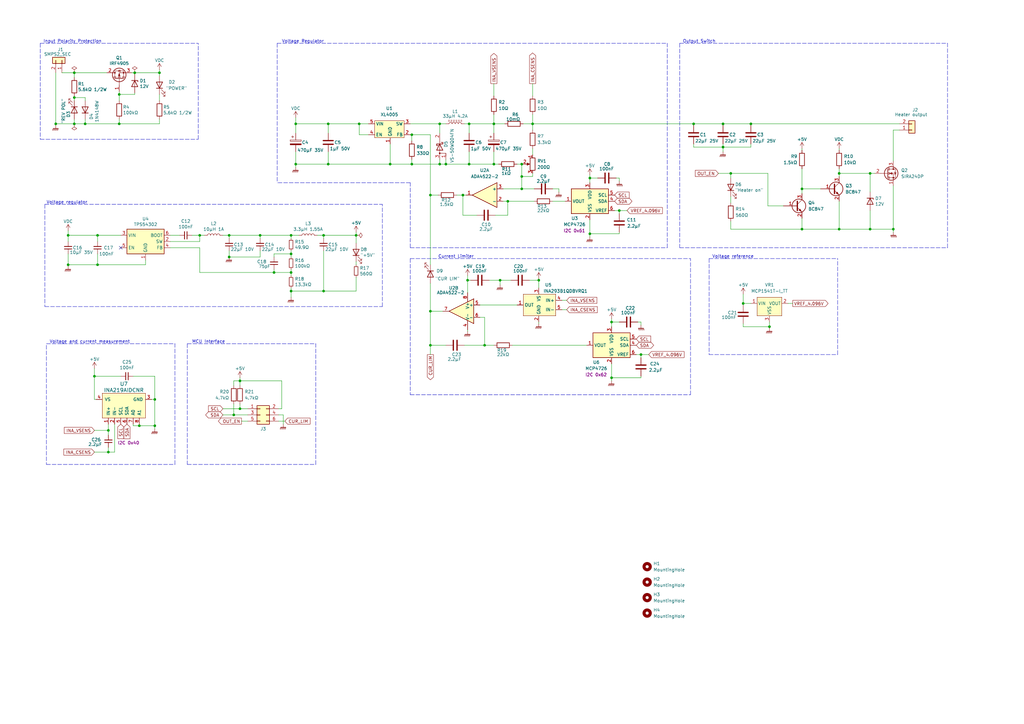
<source format=kicad_sch>
(kicad_sch (version 20211123) (generator eeschema)
  (paper "A3")
  (title_block (title "Digitally controlled buck regulator") (date "2023-03-09") (company "Retronics - Bjørner Sandom"))
  (junction (at 213.995 77.47))
  (junction (at 81.915 96.52))
  (junction (at 38.735 154.305))
  (junction (at 198.755 141.605))
  (junction (at 176.53 80.01))
  (junction (at 48.895 50.8))
  (junction (at 30.48 40.005))
  (junction (at 356.87 71.12))
  (junction (at 95.885 170.18))
  (junction (at 307.975 50.8))
  (junction (at 112.395 111.76))
  (junction (at 296.545 50.8))
  (junction (at 189.865 80.01))
  (junction (at 132.715 96.52))
  (junction (at 119.38 119.38))
  (junction (at 241.935 95.885))
  (junction (at 176.53 141.605))
  (junction (at 57.15 174.625))
  (junction (at 182.88 67.31))
  (junction (at 213.995 67.31))
  (junction (at 121.285 67.31))
  (junction (at 34.925 50.8))
  (junction (at 44.45 185.42))
  (junction (at 55.245 29.845))
  (junction (at 304.8 124.46))
  (junction (at 315.595 133.985))
  (junction (at 30.48 50.8))
  (junction (at 63.5 163.83))
  (junction (at 202.565 50.8))
  (junction (at 205.105 114.935))
  (junction (at 241.935 73.025))
  (junction (at 40.005 108.585))
  (junction (at 134.62 67.31))
  (junction (at 213.995 72.39))
  (junction (at 160.02 67.31))
  (junction (at 328.93 93.98))
  (junction (at 191.77 114.935))
  (junction (at 250.825 154.94))
  (junction (at 176.53 127.635))
  (junction (at 356.87 93.98))
  (junction (at 44.45 176.53))
  (junction (at 48.895 38.735))
  (junction (at 192.405 50.8))
  (junction (at 180.34 50.8))
  (junction (at 284.48 50.8))
  (junction (at 119.38 104.14))
  (junction (at 22.86 50.8))
  (junction (at 344.17 93.98))
  (junction (at 40.005 96.52))
  (junction (at 192.405 67.31))
  (junction (at 250.825 132.08))
  (junction (at 119.38 111.76))
  (junction (at 93.98 105.41))
  (junction (at 98.425 167.64))
  (junction (at 106.68 96.52))
  (junction (at 27.94 108.585))
  (junction (at 218.44 50.8))
  (junction (at 147.32 50.8))
  (junction (at 180.34 67.31))
  (junction (at 262.89 145.415))
  (junction (at 328.93 77.47))
  (junction (at 146.05 96.52))
  (junction (at 134.62 50.8))
  (junction (at 132.715 119.38))
  (junction (at 254 86.36))
  (junction (at 30.48 29.845))
  (junction (at 65.405 29.845))
  (junction (at 299.72 71.12))
  (junction (at 121.285 50.8))
  (junction (at 202.565 67.31))
  (junction (at 63.5 174.625))
  (junction (at 344.17 71.12))
  (junction (at 208.28 82.55))
  (junction (at 93.98 96.52))
  (junction (at 27.94 96.52))
  (junction (at 220.98 114.935))
  (junction (at 296.545 60.325))
  (junction (at 98.425 156.21))
  (junction (at 366.395 93.98))
  (junction (at 168.91 55.245))
  (junction (at 168.91 67.31))
  (junction (at 119.38 96.52))
  (no_connect (at 49.53 101.6))
  (wire (pts (xy 116.84 172.72) (xy 114.3 172.72)))
  (wire (pts (xy 182.88 67.31) (xy 192.405 67.31)))
  (polyline (pts (xy 19.05 190.5) (xy 71.755 190.5)))
  (wire (pts (xy 260.985 145.415) (xy 262.89 145.415)))
  (wire (pts (xy 44.45 176.53) (xy 44.45 173.99)))
  (wire (pts (xy 304.8 133.985) (xy 315.595 133.985)))
  (wire (pts (xy 106.68 102.87) (xy 106.68 105.41)))
  (polyline (pts (xy 71.755 190.5) (xy 71.755 140.97)))
  (wire (pts (xy 187.325 80.01) (xy 189.865 80.01)))
  (wire (pts (xy 147.32 50.8) (xy 151.13 50.8)))
  (wire (pts (xy 121.285 48.26) (xy 121.285 50.8)))
  (wire (pts (xy 206.375 77.47) (xy 213.995 77.47)))
  (wire (pts (xy 146.05 96.52) (xy 146.05 99.695)))
  (wire (pts (xy 168.91 67.31) (xy 180.34 67.31)))
  (polyline (pts (xy 168.275 161.925) (xy 283.21 161.925)))
  (wire (pts (xy 106.68 96.52) (xy 93.98 96.52)))
  (wire (pts (xy 328.93 89.535) (xy 328.93 93.98)))
  (wire (pts (xy 212.09 67.31) (xy 213.995 67.31)))
  (wire (pts (xy 30.48 40.005) (xy 30.48 39.37)))
  (wire (pts (xy 226.695 82.55) (xy 231.775 82.55)))
  (wire (pts (xy 202.565 50.8) (xy 202.565 54.61)))
  (wire (pts (xy 121.285 50.8) (xy 134.62 50.8)))
  (wire (pts (xy 48.895 37.465) (xy 48.895 38.735)))
  (wire (pts (xy 307.975 50.8) (xy 307.975 51.435)))
  (polyline (pts (xy 16.51 17.78) (xy 81.28 17.78)))
  (wire (pts (xy 48.895 48.895) (xy 48.895 50.8)))
  (wire (pts (xy 54.61 174.625) (xy 54.61 173.99)))
  (wire (pts (xy 112.395 110.49) (xy 112.395 111.76)))
  (wire (pts (xy 121.285 67.31) (xy 121.285 68.58)))
  (polyline (pts (xy 278.765 101.6) (xy 388.62 101.6)))
  (wire (pts (xy 189.865 80.01) (xy 189.865 88.265)))
  (wire (pts (xy 132.715 96.52) (xy 132.715 97.79)))
  (wire (pts (xy 119.38 102.87) (xy 119.38 104.14)))
  (wire (pts (xy 296.545 60.325) (xy 296.545 62.23)))
  (wire (pts (xy 262.89 145.415) (xy 262.89 146.685)))
  (wire (pts (xy 210.185 141.605) (xy 240.665 141.605)))
  (wire (pts (xy 328.93 77.47) (xy 328.93 69.215)))
  (wire (pts (xy 134.62 50.8) (xy 147.32 50.8)))
  (wire (pts (xy 98.425 167.64) (xy 101.6 167.64)))
  (wire (pts (xy 356.87 86.36) (xy 356.87 93.98)))
  (wire (pts (xy 132.715 96.52) (xy 146.05 96.52)))
  (wire (pts (xy 93.98 105.41) (xy 93.98 102.87)))
  (wire (pts (xy 208.28 82.55) (xy 206.375 82.55)))
  (wire (pts (xy 40.005 99.06) (xy 40.005 96.52)))
  (wire (pts (xy 254 95.25) (xy 254 95.885)))
  (wire (pts (xy 25.4 29.845) (xy 30.48 29.845)))
  (wire (pts (xy 57.15 174.625) (xy 54.61 174.625)))
  (polyline (pts (xy 76.835 140.97) (xy 76.835 190.5)))
  (wire (pts (xy 299.72 71.12) (xy 314.96 71.12)))
  (wire (pts (xy 180.34 50.8) (xy 182.88 50.8)))
  (wire (pts (xy 22.86 29.845) (xy 22.86 50.8)))
  (wire (pts (xy 30.48 29.845) (xy 43.815 29.845)))
  (wire (pts (xy 202.565 46.99) (xy 202.565 50.8)))
  (wire (pts (xy 180.34 67.31) (xy 182.88 67.31)))
  (wire (pts (xy 182.88 65.405) (xy 182.88 67.31)))
  (wire (pts (xy 204.47 67.31) (xy 202.565 67.31)))
  (wire (pts (xy 180.34 50.8) (xy 180.34 54.61)))
  (wire (pts (xy 250.825 154.94) (xy 250.825 156.21)))
  (wire (pts (xy 27.94 96.52) (xy 27.94 99.06)))
  (wire (pts (xy 40.005 108.585) (xy 59.69 108.585)))
  (polyline (pts (xy 18.415 125.73) (xy 156.845 125.73)))
  (wire (pts (xy 176.53 80.01) (xy 176.53 108.585)))
  (wire (pts (xy 328.93 77.47) (xy 336.55 77.47)))
  (wire (pts (xy 34.925 40.005) (xy 34.925 41.275)))
  (wire (pts (xy 27.94 108.585) (xy 27.94 109.22)))
  (wire (pts (xy 218.44 34.29) (xy 218.44 39.37)))
  (wire (pts (xy 106.68 97.79) (xy 106.68 96.52)))
  (wire (pts (xy 214.63 50.8) (xy 218.44 50.8)))
  (wire (pts (xy 48.895 38.735) (xy 48.895 41.275)))
  (wire (pts (xy 38.735 185.42) (xy 44.45 185.42)))
  (wire (pts (xy 205.105 114.935) (xy 209.55 114.935)))
  (wire (pts (xy 262.89 145.415) (xy 266.065 145.415)))
  (wire (pts (xy 98.425 156.21) (xy 115.57 156.21)))
  (wire (pts (xy 119.38 96.52) (xy 122.555 96.52)))
  (wire (pts (xy 213.995 72.39) (xy 213.995 77.47)))
  (polyline (pts (xy 168.275 74.93) (xy 113.665 74.93)))
  (wire (pts (xy 147.32 50.8) (xy 147.32 55.245)))
  (polyline (pts (xy 19.05 140.97) (xy 71.755 140.97)))
  (wire (pts (xy 198.755 141.605) (xy 202.565 141.605)))
  (wire (pts (xy 314.96 71.12) (xy 314.96 84.455)))
  (wire (pts (xy 112.395 105.41) (xy 112.395 104.14)))
  (wire (pts (xy 95.885 165.735) (xy 95.885 170.18)))
  (wire (pts (xy 192.405 67.31) (xy 202.565 67.31)))
  (wire (pts (xy 119.38 104.14) (xy 119.38 105.41)))
  (wire (pts (xy 95.885 170.18) (xy 101.6 170.18)))
  (wire (pts (xy 81.915 99.06) (xy 81.915 96.52)))
  (wire (pts (xy 57.15 173.99) (xy 57.15 174.625)))
  (wire (pts (xy 98.425 165.735) (xy 98.425 167.64)))
  (wire (pts (xy 65.405 29.845) (xy 65.405 31.115)))
  (wire (pts (xy 217.17 114.935) (xy 220.98 114.935)))
  (wire (pts (xy 27.94 94.615) (xy 27.94 96.52)))
  (wire (pts (xy 254 73.025) (xy 252.73 73.025)))
  (wire (pts (xy 368.935 53.34) (xy 366.395 53.34)))
  (wire (pts (xy 168.275 50.8) (xy 180.34 50.8)))
  (wire (pts (xy 119.38 119.38) (xy 119.38 121.92)))
  (wire (pts (xy 34.925 50.8) (xy 48.895 50.8)))
  (wire (pts (xy 241.935 73.025) (xy 241.935 74.93)))
  (wire (pts (xy 304.8 120.65) (xy 304.8 124.46)))
  (wire (pts (xy 57.15 174.625) (xy 63.5 174.625)))
  (wire (pts (xy 44.45 185.42) (xy 46.99 185.42)))
  (polyline (pts (xy 168.275 106.045) (xy 168.275 161.925)))
  (wire (pts (xy 130.175 96.52) (xy 132.715 96.52)))
  (wire (pts (xy 220.98 114.935) (xy 220.98 118.11)))
  (wire (pts (xy 323.215 124.46) (xy 325.12 124.46)))
  (wire (pts (xy 241.935 95.885) (xy 241.935 97.155)))
  (wire (pts (xy 296.545 50.8) (xy 307.975 50.8)))
  (wire (pts (xy 112.395 111.76) (xy 119.38 111.76)))
  (wire (pts (xy 65.405 38.735) (xy 65.405 41.275)))
  (wire (pts (xy 315.595 133.985) (xy 315.595 134.62)))
  (wire (pts (xy 328.93 79.375) (xy 328.93 77.47)))
  (polyline (pts (xy 290.83 106.045) (xy 290.83 145.415)))
  (wire (pts (xy 121.285 67.31) (xy 134.62 67.31)))
  (wire (pts (xy 296.545 59.055) (xy 296.545 60.325)))
  (wire (pts (xy 284.48 60.325) (xy 296.545 60.325)))
  (polyline (pts (xy 290.83 106.045) (xy 343.535 106.045)))
  (wire (pts (xy 112.395 111.76) (xy 81.915 111.76)))
  (wire (pts (xy 189.865 80.01) (xy 191.135 80.01)))
  (wire (pts (xy 190.5 50.8) (xy 192.405 50.8)))
  (wire (pts (xy 106.68 105.41) (xy 93.98 105.41)))
  (wire (pts (xy 119.38 118.11) (xy 119.38 119.38)))
  (wire (pts (xy 241.935 73.025) (xy 245.11 73.025)))
  (wire (pts (xy 218.44 50.8) (xy 218.44 53.34)))
  (wire (pts (xy 98.425 156.21) (xy 98.425 158.115)))
  (wire (pts (xy 146.05 95.25) (xy 146.05 96.52)))
  (polyline (pts (xy 168.275 106.045) (xy 283.21 106.045)))
  (wire (pts (xy 198.755 141.605) (xy 198.755 130.175)))
  (wire (pts (xy 176.53 80.01) (xy 179.705 80.01)))
  (wire (pts (xy 284.48 50.8) (xy 296.545 50.8)))
  (wire (pts (xy 314.96 84.455) (xy 321.31 84.455)))
  (wire (pts (xy 44.45 183.515) (xy 44.45 185.42)))
  (wire (pts (xy 213.995 67.31) (xy 214.63 67.31)))
  (wire (pts (xy 208.28 88.265) (xy 208.28 82.55)))
  (wire (pts (xy 168.91 55.245) (xy 176.53 55.245)))
  (wire (pts (xy 202.565 34.29) (xy 202.565 39.37)))
  (wire (pts (xy 49.53 96.52) (xy 40.005 96.52)))
  (wire (pts (xy 254 95.885) (xy 241.935 95.885)))
  (wire (pts (xy 176.53 141.605) (xy 182.88 141.605)))
  (wire (pts (xy 78.74 96.52) (xy 81.915 96.52)))
  (wire (pts (xy 254 86.36) (xy 254 87.63)))
  (wire (pts (xy 168.91 65.405) (xy 168.91 67.31)))
  (wire (pts (xy 344.17 71.12) (xy 344.17 72.39)))
  (wire (pts (xy 93.98 97.79) (xy 93.98 96.52)))
  (wire (pts (xy 213.995 67.31) (xy 213.995 72.39)))
  (wire (pts (xy 95.885 156.21) (xy 98.425 156.21)))
  (wire (pts (xy 176.53 145.415) (xy 176.53 141.605)))
  (wire (pts (xy 250.825 149.225) (xy 250.825 154.94)))
  (wire (pts (xy 81.915 101.6) (xy 69.85 101.6)))
  (wire (pts (xy 147.32 55.245) (xy 151.13 55.245)))
  (polyline (pts (xy 273.685 101.6) (xy 273.685 17.78)))
  (wire (pts (xy 62.23 163.83) (xy 63.5 163.83)))
  (wire (pts (xy 299.72 71.12) (xy 299.72 73.025)))
  (polyline (pts (xy 113.665 17.78) (xy 113.665 74.93)))
  (wire (pts (xy 213.995 72.39) (xy 218.44 72.39)))
  (wire (pts (xy 63.5 163.83) (xy 63.5 174.625)))
  (wire (pts (xy 218.44 60.96) (xy 218.44 63.5)))
  (wire (pts (xy 63.5 174.625) (xy 63.5 175.895)))
  (wire (pts (xy 307.975 59.055) (xy 307.975 60.325)))
  (wire (pts (xy 55.245 29.845) (xy 65.405 29.845)))
  (wire (pts (xy 40.005 104.14) (xy 40.005 108.585)))
  (wire (pts (xy 262.89 132.08) (xy 261.62 132.08)))
  (wire (pts (xy 119.38 97.79) (xy 119.38 96.52)))
  (wire (pts (xy 168.275 55.245) (xy 168.91 55.245)))
  (wire (pts (xy 81.915 96.52) (xy 83.82 96.52)))
  (wire (pts (xy 202.565 50.8) (xy 207.01 50.8)))
  (wire (pts (xy 191.77 135.255) (xy 191.77 135.89)))
  (wire (pts (xy 132.715 102.87) (xy 132.715 119.38)))
  (wire (pts (xy 115.57 156.21) (xy 115.57 167.64)))
  (wire (pts (xy 198.755 130.175) (xy 196.85 130.175)))
  (wire (pts (xy 192.405 62.23) (xy 192.405 67.31)))
  (wire (pts (xy 114.3 170.18) (xy 116.205 170.18)))
  (wire (pts (xy 121.285 50.8) (xy 121.285 54.61)))
  (wire (pts (xy 91.44 170.18) (xy 95.885 170.18)))
  (wire (pts (xy 30.48 40.005) (xy 34.925 40.005)))
  (wire (pts (xy 55.245 29.845) (xy 55.245 30.48)))
  (wire (pts (xy 196.85 125.095) (xy 212.09 125.095)))
  (wire (pts (xy 34.925 48.895) (xy 34.925 50.8)))
  (wire (pts (xy 191.77 113.03) (xy 191.77 114.935)))
  (wire (pts (xy 200.66 114.935) (xy 205.105 114.935)))
  (wire (pts (xy 49.53 154.305) (xy 38.735 154.305)))
  (wire (pts (xy 134.62 67.31) (xy 160.02 67.31)))
  (wire (pts (xy 262.89 154.305) (xy 262.89 154.94)))
  (wire (pts (xy 46.99 173.99) (xy 46.99 185.42)))
  (polyline (pts (xy 388.62 101.6) (xy 388.62 17.78)))
  (wire (pts (xy 344.17 60.96) (xy 344.17 61.595)))
  (wire (pts (xy 299.72 80.645) (xy 299.72 83.185)))
  (wire (pts (xy 230.505 123.19) (xy 232.41 123.19)))
  (polyline (pts (xy 278.765 17.78) (xy 278.765 101.6)))
  (wire (pts (xy 30.48 48.895) (xy 30.48 50.8)))
  (wire (pts (xy 229.235 77.47) (xy 226.695 77.47)))
  (wire (pts (xy 296.545 50.8) (xy 296.545 51.435)))
  (wire (pts (xy 38.735 163.83) (xy 39.37 163.83)))
  (polyline (pts (xy 18.415 83.82) (xy 156.845 83.82)))
  (wire (pts (xy 202.565 62.23) (xy 202.565 67.31)))
  (wire (pts (xy 59.69 108.585) (xy 59.69 106.68)))
  (wire (pts (xy 262.89 154.94) (xy 250.825 154.94)))
  (wire (pts (xy 192.405 50.8) (xy 192.405 54.61)))
  (polyline (pts (xy 283.21 161.925) (xy 283.21 106.045)))
  (polyline (pts (xy 16.51 17.78) (xy 16.51 57.15)))
  (wire (pts (xy 176.53 116.205) (xy 176.53 127.635)))
  (polyline (pts (xy 16.51 57.15) (xy 81.28 57.15)))
  (wire (pts (xy 22.86 50.8) (xy 22.86 51.435)))
  (wire (pts (xy 203.2 88.265) (xy 208.28 88.265)))
  (wire (pts (xy 30.48 50.8) (xy 34.925 50.8)))
  (wire (pts (xy 27.94 104.14) (xy 27.94 108.585)))
  (wire (pts (xy 241.935 71.755) (xy 241.935 73.025)))
  (wire (pts (xy 366.395 76.2) (xy 366.395 93.98)))
  (wire (pts (xy 304.8 132.715) (xy 304.8 133.985)))
  (wire (pts (xy 38.735 154.305) (xy 38.735 163.83)))
  (wire (pts (xy 328.93 93.98) (xy 344.17 93.98)))
  (wire (pts (xy 304.8 124.46) (xy 304.8 125.095)))
  (wire (pts (xy 95.885 156.21) (xy 95.885 158.115)))
  (wire (pts (xy 93.98 96.52) (xy 91.44 96.52)))
  (wire (pts (xy 220.98 114.3) (xy 220.98 114.935)))
  (wire (pts (xy 356.87 71.12) (xy 358.775 71.12)))
  (wire (pts (xy 241.935 90.17) (xy 241.935 95.885)))
  (wire (pts (xy 40.005 108.585) (xy 27.94 108.585)))
  (wire (pts (xy 250.825 130.81) (xy 250.825 132.08)))
  (polyline (pts (xy 19.05 141.605) (xy 19.05 190.5)))
  (wire (pts (xy 119.38 119.38) (xy 132.715 119.38)))
  (wire (pts (xy 115.57 167.64) (xy 114.3 167.64)))
  (wire (pts (xy 65.405 48.895) (xy 65.405 50.8)))
  (wire (pts (xy 69.85 96.52) (xy 73.66 96.52)))
  (polyline (pts (xy 129.54 190.5) (xy 129.54 140.97)))
  (wire (pts (xy 296.545 60.325) (xy 307.975 60.325)))
  (wire (pts (xy 134.62 62.23) (xy 134.62 67.31)))
  (wire (pts (xy 192.405 50.8) (xy 202.565 50.8)))
  (wire (pts (xy 299.72 90.805) (xy 299.72 93.98)))
  (wire (pts (xy 54.61 154.305) (xy 63.5 154.305)))
  (wire (pts (xy 250.825 132.08) (xy 254 132.08)))
  (wire (pts (xy 220.98 132.08) (xy 220.98 132.715)))
  (wire (pts (xy 294.64 71.12) (xy 299.72 71.12)))
  (wire (pts (xy 65.405 28.575) (xy 65.405 29.845)))
  (wire (pts (xy 132.715 119.38) (xy 146.05 119.38)))
  (wire (pts (xy 146.05 107.315) (xy 146.05 108.585)))
  (wire (pts (xy 30.48 40.005) (xy 30.48 41.275)))
  (wire (pts (xy 366.395 53.34) (xy 366.395 66.04)))
  (wire (pts (xy 121.285 62.23) (xy 121.285 67.31)))
  (wire (pts (xy 160.02 59.055) (xy 160.02 67.31)))
  (polyline (pts (xy 156.845 125.73) (xy 156.845 83.82)))
  (wire (pts (xy 63.5 154.305) (xy 63.5 163.83)))
  (wire (pts (xy 55.245 38.735) (xy 48.895 38.735)))
  (polyline (pts (xy 290.83 145.415) (xy 343.535 145.415)))
  (polyline (pts (xy 76.835 140.97) (xy 129.54 140.97)))
  (wire (pts (xy 344.17 69.215) (xy 344.17 71.12)))
  (wire (pts (xy 250.825 132.08) (xy 250.825 133.985)))
  (wire (pts (xy 38.735 151.13) (xy 38.735 154.305)))
  (wire (pts (xy 30.48 29.845) (xy 30.48 31.75)))
  (wire (pts (xy 262.89 133.35) (xy 262.89 132.08)))
  (wire (pts (xy 119.38 111.76) (xy 119.38 113.03)))
  (wire (pts (xy 356.87 71.12) (xy 356.87 78.74)))
  (polyline (pts (xy 76.835 190.5) (xy 129.54 190.5)))
  (wire (pts (xy 208.28 82.55) (xy 219.075 82.55)))
  (wire (pts (xy 181.61 127.635) (xy 176.53 127.635)))
  (polyline (pts (xy 113.665 17.78) (xy 273.685 17.78)))
  (wire (pts (xy 180.34 65.405) (xy 180.34 67.31)))
  (wire (pts (xy 134.62 50.8) (xy 134.62 54.61)))
  (wire (pts (xy 91.44 167.64) (xy 98.425 167.64)))
  (wire (pts (xy 254 74.295) (xy 254 73.025)))
  (wire (pts (xy 229.235 78.74) (xy 229.235 77.47)))
  (wire (pts (xy 328.93 60.96) (xy 328.93 61.595)))
  (wire (pts (xy 218.44 50.8) (xy 284.48 50.8)))
  (wire (pts (xy 299.72 93.98) (xy 328.93 93.98)))
  (wire (pts (xy 168.91 55.245) (xy 168.91 57.785)))
  (polyline (pts (xy 18.415 83.82) (xy 18.415 125.73)))
  (wire (pts (xy 254 86.36) (xy 257.175 86.36)))
  (wire (pts (xy 119.38 96.52) (xy 106.68 96.52)))
  (wire (pts (xy 189.865 88.265) (xy 195.58 88.265)))
  (wire (pts (xy 176.53 55.245) (xy 176.53 80.01)))
  (wire (pts (xy 44.45 176.53) (xy 44.45 178.435)))
  (wire (pts (xy 98.425 154.94) (xy 98.425 156.21)))
  (polyline (pts (xy 168.275 101.6) (xy 168.275 74.93)))
  (wire (pts (xy 284.48 59.055) (xy 284.48 60.325)))
  (wire (pts (xy 53.975 29.845) (xy 55.245 29.845)))
  (wire (pts (xy 284.48 50.8) (xy 284.48 51.435)))
  (wire (pts (xy 205.105 116.84) (xy 205.105 114.935)))
  (wire (pts (xy 81.915 111.76) (xy 81.915 101.6)))
  (wire (pts (xy 55.245 38.1) (xy 55.245 38.735)))
  (wire (pts (xy 230.505 127) (xy 232.41 127)))
  (wire (pts (xy 101.6 172.72) (xy 99.06 172.72)))
  (wire (pts (xy 160.02 67.31) (xy 168.91 67.31)))
  (wire (pts (xy 218.44 46.99) (xy 218.44 50.8)))
  (wire (pts (xy 38.735 176.53) (xy 44.45 176.53)))
  (wire (pts (xy 116.205 170.18) (xy 116.205 173.99)))
  (polyline (pts (xy 278.765 17.78) (xy 388.62 17.78)))
  (polyline (pts (xy 168.275 101.6) (xy 273.685 101.6)))
  (wire (pts (xy 22.86 50.8) (xy 30.48 50.8)))
  (wire (pts (xy 119.38 110.49) (xy 119.38 111.76)))
  (polyline (pts (xy 343.535 145.415) (xy 343.535 106.045)))
  (wire (pts (xy 304.8 124.46) (xy 307.975 124.46)))
  (wire (pts (xy 307.975 50.8) (xy 368.935 50.8)))
  (wire (pts (xy 190.5 141.605) (xy 198.755 141.605)))
  (wire (pts (xy 69.85 99.06) (xy 81.915 99.06)))
  (wire (pts (xy 191.77 114.935) (xy 191.77 120.015)))
  (wire (pts (xy 176.53 127.635) (xy 176.53 141.605)))
  (wire (pts (xy 356.87 93.98) (xy 366.395 93.98)))
  (wire (pts (xy 344.17 93.98) (xy 356.87 93.98)))
  (wire (pts (xy 40.005 96.52) (xy 27.94 96.52)))
  (wire (pts (xy 193.04 114.935) (xy 191.77 114.935)))
  (wire (pts (xy 219.075 77.47) (xy 213.995 77.47)))
  (wire (pts (xy 218.44 71.12) (xy 218.44 72.39)))
  (wire (pts (xy 315.595 132.08) (xy 315.595 133.985)))
  (wire (pts (xy 252.095 86.36) (xy 254 86.36)))
  (wire (pts (xy 65.405 50.8) (xy 48.895 50.8)))
  (wire (pts (xy 112.395 104.14) (xy 119.38 104.14)))
  (wire (pts (xy 366.395 93.98) (xy 366.395 95.25)))
  (wire (pts (xy 146.05 113.665) (xy 146.05 119.38)))
  (wire (pts (xy 344.17 71.12) (xy 356.87 71.12)))
  (polyline (pts (xy 81.28 57.15) (xy 81.28 17.78)))
  (wire (pts (xy 344.17 82.55) (xy 344.17 93.98)))
  (text "Voltage regulator" (at 19.05 83.82 0) (effects (font (size 1.27 1.27)) (justify left bottom)))
  (text "Output Switch" (at 280.035 17.78 0) (effects (font (size 1.27 1.27)) (justify left bottom)))
  (text "MCU Interface" (at 78.74 140.97 0) (effects (font (size 1.27 1.27)) (justify left bottom)))
  (text "Current Limiter" (at 179.705 106.045 0) (effects (font (size 1.27 1.27)) (justify left bottom)))
  (text "Voltage Regulator" (at 115.57 17.78 0) (effects (font (size 1.27 1.27)) (justify left bottom)))
  (text "Voltage and current measurement" (at 20.32 140.97 0) (effects (font (size 1.27 1.27)) (justify left bottom)))
  (text "Input Polarity Protection" (at 17.78 17.78 0) (effects (font (size 1.27 1.27)) (justify left bottom)))
  (text "Voltage reference" (at 292.1 106.045 0) (effects (font (size 1.27 1.27)) (justify left bottom)))
  (global_label "INA_VSENS" (shape input) (at 38.735 176.53 180) (property "Intersheet References" "${INTERSHEET_REFS}" (effects hide)))
  (global_label "SCL" (shape input) (at 49.53 173.99 270) (property "Intersheet References" "${INTERSHEET_REFS}" (effects hide)))
  (global_label "OUT_EN" (shape output) (at 99.06 172.72 180) (property "Intersheet References" "${INTERSHEET_REFS}" (effects hide)))
  (global_label "SCL" (shape input) (at 252.095 80.01 0) (property "Intersheet References" "${INTERSHEET_REFS}" (effects hide)))
  (global_label "SDA" (shape bidirectional) (at 252.095 82.55 0) (property "Intersheet References" "${INTERSHEET_REFS}" (effects hide)))
  (global_label "VREF_4.096V" (shape output) (at 325.12 124.46 0) (property "Intersheet References" "${INTERSHEET_REFS}" (effects hide)))
  (global_label "SDA" (shape bidirectional) (at 91.44 170.18 180) (property "Intersheet References" "${INTERSHEET_REFS}" (effects hide)))
  (global_label "SDA" (shape bidirectional) (at 260.985 141.605 0) (property "Intersheet References" "${INTERSHEET_REFS}" (effects hide)))
  (global_label "CUR_LIM" (shape output) (at 176.53 145.415 270) (property "Intersheet References" "${INTERSHEET_REFS}" (effects hide)))
  (global_label "VREF_4.096V" (shape input) (at 257.175 86.36 0) (property "Intersheet References" "${INTERSHEET_REFS}" (effects hide)))
  (global_label "INA_CSENS" (shape input) (at 38.735 185.42 180) (property "Intersheet References" "${INTERSHEET_REFS}" (effects hide)))
  (global_label "SCL" (shape input) (at 91.44 167.64 180) (property "Intersheet References" "${INTERSHEET_REFS}" (effects hide)))
  (global_label "SDA" (shape input) (at 52.07 173.99 270) (property "Intersheet References" "${INTERSHEET_REFS}" (effects hide)))
  (global_label "CUR_LIM" (shape input) (at 116.84 172.72 0) (property "Intersheet References" "${INTERSHEET_REFS}" (effects hide)))
  (global_label "INA_CSENS" (shape output) (at 218.44 34.29 90) (property "Intersheet References" "${INTERSHEET_REFS}" (effects hide)))
  (global_label "OUT_EN" (shape input) (at 294.64 71.12 180) (property "Intersheet References" "${INTERSHEET_REFS}" (effects hide)))
  (global_label "VREF_4.096V" (shape input) (at 266.065 145.415 0) (property "Intersheet References" "${INTERSHEET_REFS}" (effects hide)))
  (global_label "INA_CSENS" (shape input) (at 232.41 127 0) (property "Intersheet References" "${INTERSHEET_REFS}" (effects hide)))
  (global_label "SCL" (shape input) (at 260.985 139.065 0) (property "Intersheet References" "${INTERSHEET_REFS}" (effects hide)))
  (global_label "INA_VSENS" (shape output) (at 202.565 34.29 90) (property "Intersheet References" "${INTERSHEET_REFS}" (effects hide)))
  (global_label "INA_VSENS" (shape input) (at 232.41 123.19 0) (property "Intersheet References" "${INTERSHEET_REFS}" (effects hide)))
  (symbol (lib_id "Device:C") (at 192.405 58.42 0) (unit 1)
    (property "Reference" "C6" (at 194.945 58.42 0) (effects (justify left)))
    (property "Value" "1µF 50V" (at 193.04 60.96 0) (effects (justify left)))
    (property "Footprint" "Capacitor_SMD:C_0805_2012Metric_Pad1.18x1.45mm_HandSolder" (effects hide))
  )
  (symbol (lib_id "power:GNDPWR") (at 315.595 134.62 0) (unit 1)
    (property "Reference" "#PWR025" (effects hide))
    (property "Value" "GNDPWR" (effects hide))
  )
  (symbol (lib_id "Device:D_Zener") (at 55.245 34.29 270) (unit 1)
    (property "Reference" "D1" (at 57.277 33.1216 90) (effects (justify left)))
    (property "Value" "12V" (at 57.277 35.433 90) (effects (justify left)))
    (property "Footprint" "Diode_SMD:D_SOD-123" (effects hide))
  )
  (symbol (lib_id "Device:R_Small") (at 119.38 107.95 0) (unit 1)
    (property "Reference" "R16" (at 120.8786 106.7816 0) (effects (justify left)))
    (property "Value" "100kΩ" (at 120.8786 109.093 0) (effects (justify left)))
    (property "Footprint" "Resistor_SMD:R_0603_1608Metric_Pad0.98x0.95mm_HandSolder" (effects hide))
  )
  (symbol (lib_id "Device:LED") (at 176.53 112.395 270) (unit 1)
    (property "Reference" "D9" (at 180.34 111.125 90))
    (property "Value" "\"CUR LIM\"" (at 183.515 114.3 90))
    (property "Footprint" "LED_SMD:LED_0603_1608Metric_Pad1.05x0.95mm_HandSolder" (effects hide))
  )
  (symbol (lib_id "Device:C") (at 222.885 77.47 90) (unit 1)
    (property "Reference" "C9" (at 222.885 72.39 90))
    (property "Value" "2.2µF" (at 222.885 74.295 90))
    (property "Footprint" "Capacitor_SMD:C_0603_1608Metric_Pad1.08x0.95mm_HandSolder" (effects hide))
  )
  (symbol (lib_id "Connector_Generic:Conn_02x03_Odd_Even") (at 106.68 170.18 0) (unit 1)
    (property "Reference" "J3" (at 107.95 175.895 0))
    (property "Value" "Conn_01x06" (effects hide))
    (property "Footprint" "Connector_PinSocket_1.27mm:PinSocket_2x03_P1.27mm_Vertical_SMD" (effects hide))
  )
  (symbol (lib_id "Device:C") (at 248.92 73.025 270) (mirror x) (unit 1)
    (property "Reference" "C8" (at 247.65 67.31 90) (effects (justify left)))
    (property "Value" "100nF" (at 245.745 69.215 90) (effects (justify left)))
    (property "Footprint" "Capacitor_SMD:C_0603_1608Metric_Pad1.08x0.95mm_HandSolder" (effects hide))
  )
  (symbol (lib_id "Device:R") (at 206.375 141.605 90) (unit 1)
    (property "Reference" "R19" (at 207.772 143.637 90) (effects (justify left)))
    (property "Value" "22kΩ" (at 208.915 145.415 90) (effects (justify left)))
    (property "Footprint" "Resistor_SMD:R_0603_1608Metric_Pad0.98x0.95mm_HandSolder" (effects hide))
  )
  (symbol (lib_id "Device:C_Small") (at 93.98 100.33 180) (unit 1)
    (property "Reference" "C13" (at 95.885 100.33 0) (effects (justify right)))
    (property "Value" "22µF 10V" (at 94.615 102.235 0) (effects (justify right)))
    (property "Footprint" "Capacitor_SMD:C_0603_1608Metric_Pad1.08x0.95mm_HandSolder" (effects hide))
  )
  (symbol (lib_id "power:+5V") (at 38.735 151.13 0) (unit 1)
    (property "Reference" "#PWR027" (effects hide))
    (property "Value" "+5V" (at 38.735 147.32 0))
  )
  (symbol (lib_id "Device:R") (at 218.44 57.15 0) (unit 1)
    (property "Reference" "R7" (at 220.345 55.88 0) (effects (justify left)))
    (property "Value" "3.3kΩ" (at 220.345 58.42 0) (effects (justify left)))
    (property "Footprint" "Resistor_SMD:R_0603_1608Metric_Pad0.98x0.95mm_HandSolder" (effects hide))
  )
  (symbol (lib_id "power:PWR_FLAG") (at 30.48 50.8 180) (unit 1)
    (property "Reference" "#FLG03" (effects hide))
    (property "Value" "PWR_FLAG" (effects hide))
  )
  (symbol (lib_id "Device:R") (at 222.885 82.55 90) (unit 1)
    (property "Reference" "R13" (at 224.282 84.582 90) (effects (justify left)))
    (property "Value" "22kΩ" (at 225.425 86.36 90) (effects (justify left)))
    (property "Footprint" "Resistor_SMD:R_0603_1608Metric_Pad0.98x0.95mm_HandSolder" (effects hide))
  )
  (symbol (lib_id "Device:C_Small") (at 76.2 96.52 270) (unit 1)
    (property "Reference" "C12" (at 76.2 90.7034 90))
    (property "Value" "100nF" (at 76.2 93.0148 90))
    (property "Footprint" "Capacitor_SMD:C_0603_1608Metric_Pad1.08x0.95mm_HandSolder" (effects hide))
  )
  (symbol (lib_id "power:VDC") (at 27.94 94.615 0) (unit 1)
    (property "Reference" "#PWR011" (effects hide))
    (property "Value" "VDC" (at 27.94 90.805 0))
  )
  (symbol (lib_id "power:GNDPWR") (at 241.935 97.155 0) (unit 1)
    (property "Reference" "#PWR014" (effects hide))
    (property "Value" "GNDPWR" (effects hide))
  )
  (symbol (lib_id "myDevices:INA293B") (at 227.965 123.19 0) (mirror y) (unit 1)
    (property "Reference" "U5" (at 223.52 116.84 0) (effects (justify right)))
    (property "Value" "INA293B1QDBVRQ1" (at 222.885 119.38 0) (effects (justify right)))
    (property "Footprint" "Package_TO_SOT_SMD:SOT-23-5_HandSoldering" (effects hide))
  )
  (symbol (lib_id "Device:L_Ferrite") (at 186.69 50.8 90) (unit 1)
    (property "Reference" "L1" (at 186.69 45.72 90))
    (property "Value" "33µH 4.2A" (at 186.69 47.625 90))
    (property "Footprint" "Inductor_SMD:L_12x12mm_H8mm" (effects hide))
  )
  (symbol (lib_id "Device:LED") (at 30.48 45.085 270) (unit 1)
    (property "Reference" "D3" (at 28.067 46.863 0))
    (property "Value" "\"REV POL\"" (at 26.035 45.593 0))
    (property "Footprint" "LED_SMD:LED_0603_1608Metric_Pad1.05x0.95mm_HandSolder" (effects hide))
  )
  (symbol (lib_id "power:VDC") (at 344.17 60.96 0) (unit 1)
    (property "Reference" "#PWR05" (effects hide))
    (property "Value" "VDC" (at 344.17 57.15 0))
  )
  (symbol (lib_id "Device:R_Potentiometer") (at 218.44 67.31 0) (mirror y) (unit 1)
    (property "Reference" "RV1" (at 220.345 66.04 0) (effects (justify right)))
    (property "Value" "200Ω" (at 220.345 68.58 0) (effects (justify right)))
    (property "Footprint" "Potentiometer_SMD:Potentiometer_TT_35W" (effects hide))
  )
  (symbol (lib_id "Device:R") (at 202.565 43.18 0) (unit 1)
    (property "Reference" "R2" (at 204.47 41.91 0) (effects (justify left)))
    (property "Value" "10Ω" (at 204.47 44.45 0) (effects (justify left)))
    (property "Footprint" "Resistor_SMD:R_0603_1608Metric_Pad0.98x0.95mm_HandSolder" (effects hide))
  )
  (symbol (lib_id "Device:C") (at 296.545 55.245 0) (unit 1)
    (property "Reference" "C2" (at 299.085 55.245 0) (effects (justify left)))
    (property "Value" "22µF 25V" (at 297.18 57.785 0) (effects (justify left)))
    (property "Footprint" "Capacitor_SMD:C_0805_2012Metric_Pad1.18x1.45mm_HandSolder" (effects hide))
  )
  (symbol (lib_id "Device:C") (at 257.81 132.08 270) (mirror x) (unit 1)
    (property "Reference" "C22" (at 256.54 126.365 90) (effects (justify left)))
    (property "Value" "100nF" (at 254.635 128.27 90) (effects (justify left)))
    (property "Footprint" "Capacitor_SMD:C_0603_1608Metric_Pad1.08x0.95mm_HandSolder" (effects hide))
  )
  (symbol (lib_id "power:GNDPWR") (at 93.98 105.41 0) (unit 1)
    (property "Reference" "#PWR015" (effects hide))
    (property "Value" "GNDPWR" (effects hide))
  )
  (symbol (lib_id "Device:C_Small") (at 40.005 101.6 180) (unit 1)
    (property "Reference" "C17" (at 42.545 101.6 0) (effects (justify right)))
    (property "Value" "100nF" (at 40.64 104.14 0) (effects (justify right)))
    (property "Footprint" "Capacitor_SMD:C_0603_1608Metric_Pad1.08x0.95mm_HandSolder" (effects hide))
  )
  (symbol (lib_id "dk_PMIC-Voltage-Reference:MCP1541T-I_TT") (at 315.595 124.46 0) (unit 1)
    (property "Reference" "VR1" (at 315.595 116.84 0))
    (property "Value" "MCP1541T-I_TT" (at 315.595 119.38 0))
    (property "Footprint" "digikey-footprints:SOT-23-3" (effects hide))
    (property "Datasheet" "http://www.microchip.com/mymicrochip/filehandler.aspx?ddocname=en011331" (effects hide))
    (property "Digi-Key_PN" "MCP1541T-I/TTCT-ND" (effects hide))
    (property "MPN" "MCP1541T-I/TT" (effects hide))
    (property "Category" "Integrated Circuits (ICs)" (effects hide))
    (property "Family" "PMIC - Voltage Reference" (effects hide))
    (property "DK_Datasheet_Link" "http://www.microchip.com/mymicrochip/filehandler.aspx?ddocname=en011331" (effects hide))
    (property "DK_Detail_Page" "/product-detail/en/microchip-technology/MCP1541T-I-TT/MCP1541T-I-TTCT-ND/1979818" (effects hide))
    (property "Description" "IC VREF SERIES 4.096V SOT23-3" (effects hide))
    (property "Manufacturer" "Microchip Technology" (effects hide))
    (property "Status" "Active" (effects hide))
  )
  (symbol (lib_id "Device:C_Polarized") (at 202.565 58.42 0) (unit 1)
    (property "Reference" "C7" (at 205.105 58.42 0) (effects (justify left)))
    (property "Value" "470µF 35V" (at 203.2 60.96 0) (effects (justify left)))
    (property "Footprint" "Capacitor_SMD:CP_Elec_8x10" (effects hide))
  )
  (symbol (lib_id "myDevices:D_Schottky_VS-50WQ04FN") (at 180.34 60.325 270) (unit 1)
    (property "Reference" "D5" (at 182.88 57.785 0) (effects (justify left)))
    (property "Value" "VS-50WQ04FN" (at 185.42 52.705 0) (effects (justify left)))
    (property "Footprint" "Package_TO_SOT_SMD:TO-252-2" (effects hide))
  )
  (symbol (lib_id "Mechanical:MountingHole") (at 265.43 245.11 0) (unit 1)
    (property "Reference" "H3" (at 267.97 243.8399 0) (effects (justify left)))
    (property "Value" "MountingHole" (at 267.97 246.3799 0) (effects (justify left)))
    (property "Footprint" "MountingHole:MountingHole_3.2mm_M3" (effects hide))
  )
  (symbol (lib_id "power:GNDPWR") (at 121.285 68.58 0) (unit 1)
    (property "Reference" "#PWR07" (effects hide))
    (property "Value" "GNDPWR" (effects hide))
  )
  (symbol (lib_id "Device:LED") (at 65.405 34.925 90) (unit 1)
    (property "Reference" "D2" (at 70.485 33.655 90))
    (property "Value" "\"POWER\"" (at 72.39 36.195 90))
    (property "Footprint" "LED_SMD:LED_0603_1608Metric_Pad1.05x0.95mm_HandSolder" (effects hide))
  )
  (symbol (lib_id "Mechanical:MountingHole") (at 265.43 238.76 0) (unit 1)
    (property "Reference" "H2" (at 267.97 237.4899 0) (effects (justify left)))
    (property "Value" "MountingHole" (at 267.97 240.0299 0) (effects (justify left)))
    (property "Footprint" "MountingHole:MountingHole_3.2mm_M3" (effects hide))
  )
  (symbol (lib_id "myDevices:ADA4522-2") (at 189.23 127.635 0) (mirror y) (unit 2)
    (property "Reference" "U2" (at 186.055 118.11 0))
    (property "Value" "ADA4522-2" (at 184.785 120.015 0))
    (property "Footprint" "Package_SO:SOIC-8_3.9x4.9mm_P1.27mm" (effects hide))
  )
  (symbol (lib_id "myDevices:MCP4726_DAC") (at 250.825 141.605 0) (mirror y) (unit 1)
    (property "Reference" "U6" (at 243.205 148.59 0) (effects (justify right)))
    (property "Value" "MCP4726" (at 240.03 151.13 0) (effects (justify right)))
    (property "Footprint" "Package_TO_SOT_SMD:SOT-23-6" (effects hide))
    (property "Comments" "I2C 0x62" (at 244.475 153.67 0))
  )
  (symbol (lib_id "Device:R") (at 210.82 50.8 90) (unit 1)
    (property "Reference" "R6" (at 212.725 46.99 90) (effects (justify left)))
    (property "Value" "10mΩ" (at 213.36 48.895 90) (effects (justify left)))
    (property "Footprint" "Resistor_SMD:R_2512_6332Metric_Pad1.40x3.35mm_HandSolder" (effects hide))
  )
  (symbol (lib_id "power:+5V") (at 146.05 95.25 0) (unit 1)
    (property "Reference" "#PWR012" (effects hide))
    (property "Value" "+5V" (at 146.05 91.44 0))
  )
  (symbol (lib_id "myDevices:MCP4726_DAC") (at 241.935 82.55 0) (mirror y) (unit 1)
    (property "Reference" "U3" (at 234.315 89.535 0) (effects (justify right)))
    (property "Value" "MCP4726" (at 231.14 92.075 0) (effects (justify right)))
    (property "Footprint" "Package_TO_SOT_SMD:SOT-23-6" (effects hide))
    (property "Comments" "I2C 0x61" (at 235.585 94.615 0))
  )
  (symbol (lib_id "Mechanical:MountingHole") (at 265.43 251.46 0) (unit 1)
    (property "Reference" "H4" (at 267.97 250.1899 0) (effects (justify left)))
    (property "Value" "MountingHole" (at 267.97 252.7299 0) (effects (justify left)))
    (property "Footprint" "MountingHole:MountingHole_3.2mm_M3" (effects hide))
  )
  (symbol (lib_id "Device:C") (at 134.62 58.42 0) (unit 1)
    (property "Reference" "C5" (at 137.16 58.42 0) (effects (justify left)))
    (property "Value" "1µF 50V" (at 135.255 60.96 0) (effects (justify left)))
    (property "Footprint" "Capacitor_SMD:C_0805_2012Metric_Pad1.18x1.45mm_HandSolder" (effects hide))
  )
  (symbol (lib_id "Device:R") (at 218.44 43.18 0) (unit 1)
    (property "Reference" "R3" (at 220.345 41.91 0) (effects (justify left)))
    (property "Value" "10Ω" (at 220.345 44.45 0) (effects (justify left)))
    (property "Footprint" "Resistor_SMD:R_0603_1608Metric_Pad0.98x0.95mm_HandSolder" (effects hide))
  )
  (symbol (lib_id "Device:R") (at 30.48 35.56 180) (unit 1)
    (property "Reference" "R1" (at 31.9786 34.3916 0) (effects (justify right)))
    (property "Value" "5.6kΩ 1/2W" (at 31.9786 36.703 0) (effects (justify right)))
    (property "Footprint" "Resistor_SMD:R_1210_3225Metric_Pad1.30x2.65mm_HandSolder" (effects hide))
  )
  (symbol (lib_id "power:PWR_FLAG") (at 146.05 96.52 270) (unit 1)
    (property "Reference" "#FLG04" (effects hide))
    (property "Value" "PWR_FLAG" (effects hide))
  )
  (symbol (lib_id "Transistor_BJT:BC847") (at 341.63 77.47 0) (unit 1)
    (property "Reference" "Q3" (at 346.71 76.1999 0) (effects (justify left)))
    (property "Value" "BC847" (at 346.71 78.7399 0) (effects (justify left)))
    (property "Footprint" "Package_TO_SOT_SMD:SOT-23" (effects hide))
    (property "Datasheet" "http://www.infineon.com/dgdl/Infineon-BC847SERIES_BC848SERIES_BC849SERIES_BC850SERIES-DS-v01_01-en.pdf?fileId=db3a304314dca389011541d4630a1657" (effects hide))
  )
  (symbol (lib_id "Device:C_Small") (at 106.68 100.33 180) (unit 1)
    (property "Reference" "C14" (at 108.585 100.33 0) (effects (justify right)))
    (property "Value" "22µF 10V" (at 107.315 102.235 0) (effects (justify right)))
    (property "Footprint" "Capacitor_SMD:C_0603_1608Metric_Pad1.08x0.95mm_HandSolder" (effects hide))
  )
  (symbol (lib_id "power:GNDPWR") (at 22.86 51.435 0) (unit 1)
    (property "Reference" "#PWR03" (effects hide))
    (property "Value" "GNDPWR" (effects hide))
  )
  (symbol (lib_id "power:PWR_FLAG") (at 55.245 29.845 0) (unit 1)
    (property "Reference" "#FLG02" (effects hide))
    (property "Value" "PWR_FLAG" (effects hide))
  )
  (symbol (lib_id "Device:C") (at 213.36 114.935 90) (unit 1)
    (property "Reference" "C20" (at 214.63 109.22 90) (effects (justify left)))
    (property "Value" "100nF" (at 216.535 111.125 90) (effects (justify left)))
    (property "Footprint" "Capacitor_SMD:C_0603_1608Metric_Pad1.08x0.95mm_HandSolder" (effects hide))
  )
  (symbol (lib_id "power:GNDPWR") (at 296.545 62.23 0) (unit 1)
    (property "Reference" "#PWR06" (effects hide))
    (property "Value" "GND" (effects hide))
  )
  (symbol (lib_id "power:+5V") (at 304.8 120.65 0) (unit 1)
    (property "Reference" "#PWR020" (effects hide))
    (property "Value" "+5V" (at 304.8 116.84 0))
  )
  (symbol (lib_id "Device:R") (at 328.93 65.405 0) (mirror y) (unit 1)
    (property "Reference" "R9" (at 327.025 64.135 0) (effects (justify left)))
    (property "Value" "1.5kΩ" (at 327.025 66.675 0) (effects (justify left)))
    (property "Footprint" "Resistor_SMD:R_0603_1608Metric_Pad0.98x0.95mm_HandSolder" (effects hide))
  )
  (symbol (lib_id "Device:R") (at 65.405 45.085 180) (unit 1)
    (property "Reference" "R5" (at 66.9036 43.9166 0) (effects (justify right)))
    (property "Value" "5.6kΩ 1/2W" (at 66.9036 46.228 0) (effects (justify right)))
    (property "Footprint" "Resistor_SMD:R_1210_3225Metric_Pad1.30x2.65mm_HandSolder" (effects hide))
  )
  (symbol (lib_id "Device:R") (at 183.515 80.01 90) (unit 1)
    (property "Reference" "R12" (at 184.912 82.042 90) (effects (justify left)))
    (property "Value" "1.5kΩ" (at 186.055 83.82 90) (effects (justify left)))
    (property "Footprint" "Resistor_SMD:R_0603_1608Metric_Pad0.98x0.95mm_HandSolder" (effects hide))
  )
  (symbol (lib_id "power:+5V") (at 250.825 130.81 0) (unit 1)
    (property "Reference" "#PWR022" (effects hide))
    (property "Value" "+5V" (at 250.825 127 0))
  )
  (symbol (lib_id "Device:R") (at 344.17 65.405 0) (unit 1)
    (property "Reference" "R10" (at 346.075 64.135 0) (effects (justify left)))
    (property "Value" "10kΩ" (at 346.075 66.675 0) (effects (justify left)))
    (property "Footprint" "Resistor_SMD:R_0603_1608Metric_Pad0.98x0.95mm_HandSolder" (effects hide))
  )
  (symbol (lib_id "power:+5V") (at 328.93 60.96 0) (unit 1)
    (property "Reference" "#PWR04" (effects hide))
    (property "Value" "+5V" (at 328.93 57.15 0))
  )
  (symbol (lib_id "Device:C") (at 199.39 88.265 90) (unit 1)
    (property "Reference" "C10" (at 199.39 92.075 90))
    (property "Value" "2.2µF" (at 199.39 93.98 90))
    (property "Footprint" "Capacitor_SMD:C_0603_1608Metric_Pad1.08x0.95mm_HandSolder" (effects hide))
  )
  (symbol (lib_id "Device:D_Zener") (at 356.87 82.55 270) (unit 1)
    (property "Reference" "D7" (at 358.902 81.3816 90) (effects (justify left)))
    (property "Value" "12V" (at 358.902 83.693 90) (effects (justify left)))
    (property "Footprint" "Diode_SMD:D_SOD-123" (effects hide))
  )
  (symbol (lib_id "Regulator_Switching:TPS54302") (at 59.69 99.06 0) (unit 1)
    (property "Reference" "U4" (at 59.69 89.7382 0))
    (property "Value" "TPS54302" (at 59.69 92.0496 0))
    (property "Footprint" "Package_TO_SOT_SMD:SOT-23-6_Handsoldering" (effects hide))
    (property "Datasheet" "http://www.ti.com/lit/ds/symlink/tps54302.pdf" (effects hide))
  )
  (symbol (lib_id "myDevices:ADA4522-2") (at 189.23 127.635 0) (mirror y) (unit 3)
    (property "Reference" "U2" (effects hide))
    (property "Value" "ADA4522-2" (effects hide))
    (property "Footprint" "Package_SO:SOIC-8_3.9x4.9mm_P1.27mm" (effects hide))
  )
  (symbol (lib_id "Device:R") (at 48.895 45.085 180) (unit 1)
    (property "Reference" "R4" (at 50.3936 43.9166 0) (effects (justify right)))
    (property "Value" "100kΩ" (at 50.3936 46.228 0) (effects (justify right)))
    (property "Footprint" "Resistor_SMD:R_0805_2012Metric_Pad1.20x1.40mm_HandSolder" (effects hide))
  )
  (symbol (lib_id "power:GNDPWR") (at 220.98 132.715 0) (unit 1)
    (property "Reference" "#PWR023" (effects hide))
    (property "Value" "GNDPWR" (effects hide))
  )
  (symbol (lib_id "Device:C_Polarized") (at 121.285 58.42 0) (unit 1)
    (property "Reference" "C4" (at 123.825 58.42 0) (effects (justify left)))
    (property "Value" "470µF 35V" (at 121.92 61.595 0) (effects (justify left)))
    (property "Footprint" "Capacitor_SMD:CP_Elec_8x10" (effects hide))
  )
  (symbol (lib_id "myDevices:SIRA24DP-T1-GE3") (at 363.855 71.12 0) (unit 1)
    (property "Reference" "Q2" (at 369.57 69.85 0) (effects (justify left)))
    (property "Value" "SIRA24DP" (at 369.57 72.39 0) (effects (justify left)))
    (property "Footprint" "myDevices:SIRA24DP-T1-GE3" (effects hide))
  )
  (symbol (lib_id "Device:R") (at 168.91 61.595 0) (unit 1)
    (property "Reference" "R8" (at 170.815 60.325 0) (effects (justify left)))
    (property "Value" "330Ω" (at 170.815 62.865 0) (effects (justify left)))
    (property "Footprint" "Resistor_SMD:R_0603_1608Metric_Pad0.98x0.95mm_HandSolder" (effects hide))
  )
  (symbol (lib_id "power:GNDPWR") (at 254 74.295 0) (mirror y) (unit 1)
    (property "Reference" "#PWR09" (effects hide))
    (property "Value" "GNDPWR" (effects hide))
  )
  (symbol (lib_id "Device:LED") (at 146.05 103.505 90) (unit 1)
    (property "Reference" "D8" (at 147.828 102.3366 90) (effects (justify right)))
    (property "Value" "\"+5V\"" (at 147.828 104.648 90) (effects (justify right)))
    (property "Footprint" "LED_SMD:LED_0603_1608Metric_Pad1.05x0.95mm_HandSolder" (effects hide))
  )
  (symbol (lib_id "Device:R_Small") (at 119.38 115.57 0) (unit 1)
    (property "Reference" "R18" (at 120.8786 114.4016 0) (effects (justify left)))
    (property "Value" "13.3kΩ" (at 120.8786 116.713 0) (effects (justify left)))
    (property "Footprint" "Resistor_SMD:R_0603_1608Metric_Pad0.98x0.95mm_HandSolder" (effects hide))
  )
  (symbol (lib_id "Device:R") (at 208.28 67.31 90) (unit 1)
    (property "Reference" "R11" (at 209.677 69.342 90) (effects (justify left)))
    (property "Value" "1kΩ" (at 209.55 71.12 90) (effects (justify left)))
    (property "Footprint" "Resistor_SMD:R_0603_1608Metric_Pad0.98x0.95mm_HandSolder" (effects hide))
  )
  (symbol (lib_id "power:GNDPWR") (at 63.5 175.895 0) (unit 1)
    (property "Reference" "#PWR031" (effects hide))
    (property "Value" "GNDPWR" (effects hide))
  )
  (symbol (lib_id "myDevices:XL4005") (at 153.67 50.8 0) (unit 1)
    (property "Reference" "U1" (at 159.7025 44.45 0))
    (property "Value" "XL4005" (at 159.7025 46.99 0))
    (property "Footprint" "Package_TO_SOT_SMD:TO-263-5_TabPin3" (effects hide))
  )
  (symbol (lib_id "power:GNDPWR") (at 119.38 121.92 0) (unit 1)
    (property "Reference" "#PWR021" (effects hide))
    (property "Value" "GNDPWR" (effects hide))
  )
  (symbol (lib_id "Device:R_Small") (at 146.05 111.125 0) (unit 1)
    (property "Reference" "R17" (at 147.5486 109.9566 0) (effects (justify left)))
    (property "Value" "560Ω" (at 147.5486 112.268 0) (effects (justify left)))
    (property "Footprint" "Resistor_SMD:R_0603_1608Metric_Pad0.98x0.95mm_HandSolder" (effects hide))
  )
  (symbol (lib_id "power:GNDPWR") (at 205.105 116.84 0) (unit 1)
    (property "Reference" "#PWR019" (effects hide))
    (property "Value" "GNDPWR" (effects hide))
  )
  (symbol (lib_id "power:GNDPWR") (at 250.825 156.21 0) (unit 1)
    (property "Reference" "#PWR029" (effects hide))
    (property "Value" "GNDPWR" (effects hide))
  )
  (symbol (lib_id "Device:L") (at 87.63 96.52 90) (unit 1)
    (property "Reference" "L2" (at 87.63 91.694 90))
    (property "Value" "10µH 1A" (at 87.63 94.0054 90))
    (property "Footprint" "Inductor_SMD:L_Taiyo-Yuden_NR-20xx_HandSoldering" (effects hide))
  )
  (symbol (lib_id "power:VDC") (at 121.285 48.26 0) (unit 1)
    (property "Reference" "#PWR02" (effects hide))
    (property "Value" "VDC" (at 121.285 44.45 0))
  )
  (symbol (lib_id "Connector_Generic:Conn_01x02") (at 25.4 24.765 270) (mirror x) (unit 1)
    (property "Reference" "J1" (at 26.035 20.32 90) (effects (justify right)))
    (property "Value" "SMPS2_SEC" (at 29.21 22.225 90) (effects (justify right)))
    (property "Footprint" "myDevices:TerminalBlock_LCSC_P5.08mm" (effects hide))
  )
  (symbol (lib_id "power:PWR_FLAG") (at 30.48 29.845 0) (unit 1)
    (property "Reference" "#FLG01" (effects hide))
    (property "Value" "PWR_FLAG" (effects hide))
  )
  (symbol (lib_id "Device:C") (at 284.48 55.245 0) (unit 1)
    (property "Reference" "C1" (at 287.02 55.245 0) (effects (justify left)))
    (property "Value" "22µF 25V" (at 285.115 57.785 0) (effects (justify left)))
    (property "Footprint" "Capacitor_SMD:C_0805_2012Metric_Pad1.18x1.45mm_HandSolder" (effects hide))
  )
  (symbol (lib_id "Device:C") (at 186.69 141.605 90) (unit 1)
    (property "Reference" "C23" (at 189.23 145.415 90) (effects (justify left)))
    (property "Value" "2.2µF" (at 189.23 147.32 90) (effects (justify left)))
    (property "Footprint" "Capacitor_SMD:C_0603_1608Metric_Pad1.08x0.95mm_HandSolder" (effects hide))
  )
  (symbol (lib_id "dk_PMIC-Current-Regulation-Management:INA219AIDCNR") (at 49.53 163.83 90) (unit 1)
    (property "Reference" "U7" (at 50.8 157.48 90) (effects (font (size 1.524 1.524))))
    (property "Value" "INA219AIDCNR" (at 50.8 160.02 90) (effects (font (size 1.524 1.524))))
    (property "Footprint" "Package_TO_SOT_SMD:SOT-23-8_Handsoldering" (effects hide))
    (property "Datasheet" "http://www.ti.com/general/docs/suppproductinfo.tsp?distId=10&gotoUrl=http%3A%2F%2Fwww.ti.com%2Flit%2Fgpn%2Fina219" (effects hide))
    (property "Digi-Key_PN" "296-23770-1-ND" (effects hide))
    (property "MPN" "INA219AIDCNR" (effects hide))
    (property "Category" "Integrated Circuits (ICs)" (effects hide))
    (property "Family" "PMIC - Current Regulation/Management" (effects hide))
    (property "DK_Datasheet_Link" "http://www.ti.com/general/docs/suppproductinfo.tsp?distId=10&gotoUrl=http%3A%2F%2Fwww.ti.com%2Flit%2Fgpn%2Fina219" (effects hide))
    (property "DK_Detail_Page" "/product-detail/en/texas-instruments/INA219AIDCNR/296-23770-1-ND/1952550" (effects hide))
    (property "Description" "IC CURRENT MONITOR 1% SOT23-8" (effects hide))
    (property "Manufacturer" "Texas Instruments" (effects hide))
    (property "Status" "Active" (effects hide))
    (property "Comments" "I2C 0x40" (at 52.705 181.61 90))
  )
  (symbol (lib_id "Device:C") (at 196.85 114.935 270) (mirror x) (unit 1)
    (property "Reference" "C19" (at 194.945 109.22 90) (effects (justify left)))
    (property "Value" "100nF" (at 193.675 111.125 90) (effects (justify left)))
    (property "Footprint" "Capacitor_SMD:C_0603_1608Metric_Pad1.08x0.95mm_HandSolder" (effects hide))
  )
  (symbol (lib_id "Mechanical:MountingHole") (at 265.43 232.41 0) (unit 1)
    (property "Reference" "H1" (at 267.97 231.1399 0) (effects (justify left)))
    (property "Value" "MountingHole" (at 267.97 233.6799 0) (effects (justify left)))
    (property "Footprint" "MountingHole:MountingHole_3.2mm_M3" (effects hide))
  )
  (symbol (lib_id "Transistor_FET:IRF4905") (at 48.895 32.385 90) (unit 1)
    (property "Reference" "Q1" (at 48.895 23.6982 90))
    (property "Value" "IRF4905" (at 48.895 26.0096 90))
    (property "Footprint" "Package_TO_SOT_SMD:TO-263-2" (effects hide))
    (property "Datasheet" "http://www.infineon.com/dgdl/irf4905.pdf?fileId=5546d462533600a4015355e32165197c" (effects hide))
  )
  (symbol (lib_id "Device:R_Small") (at 119.38 100.33 0) (unit 1)
    (property "Reference" "R15" (at 120.8786 99.1616 0) (effects (justify left)))
    (property "Value" "49.9Ω" (at 120.8786 101.473 0) (effects (justify left)))
    (property "Footprint" "Resistor_SMD:R_0603_1608Metric_Pad0.98x0.95mm_HandSolder" (effects hide))
  )
  (symbol (lib_id "Connector_Generic:Conn_01x02") (at 374.015 53.34 0) (mirror x) (unit 1)
    (property "Reference" "J2" (at 376.555 45.085 0) (effects (justify right)))
    (property "Value" "Heater output" (at 380.365 46.99 0) (effects (justify right)))
    (property "Footprint" "myDevices:TerminalBlock_LCSC_P5.08mm" (effects hide))
  )
  (symbol (lib_id "power:GNDPWR") (at 262.89 133.35 0) (mirror y) (unit 1)
    (property "Reference" "#PWR024" (effects hide))
    (property "Value" "GNDPWR" (effects hide))
  )
  (symbol (lib_id "Device:C") (at 262.89 150.495 0) (mirror y) (unit 1)
    (property "Reference" "C24" (at 270.51 149.225 0) (effects (justify left)))
    (property "Value" "2.2µF" (at 271.78 151.765 0) (effects (justify left)))
    (property "Footprint" "Capacitor_SMD:C_0603_1608Metric_Pad1.08x0.95mm_HandSolder" (effects hide))
  )
  (symbol (lib_id "Device:C_Small") (at 112.395 107.95 180) (unit 1)
    (property "Reference" "C18" (at 105.41 107.315 0) (effects (justify right)))
    (property "Value" "75pF" (at 106.045 109.22 0) (effects (justify right)))
    (property "Footprint" "Capacitor_SMD:C_0603_1608Metric_Pad1.08x0.95mm_HandSolder" (effects hide))
  )
  (symbol (lib_id "Device:C_Small") (at 27.94 101.6 180) (unit 1)
    (property "Reference" "C16" (at 29.845 101.6 0) (effects (justify right)))
    (property "Value" "10µF 35V" (at 28.575 103.505 0) (effects (justify right)))
    (property "Footprint" "Capacitor_SMD:C_0603_1608Metric_Pad1.08x0.95mm_HandSolder" (effects hide))
  )
  (symbol (lib_id "power:GNDPWR") (at 366.395 95.25 0) (mirror y) (unit 1)
    (property "Reference" "#PWR013" (effects hide))
    (property "Value" "GNDPWR" (effects hide))
  )
  (symbol (lib_id "Device:R") (at 98.425 161.925 0) (unit 1)
    (property "Reference" "R21" (at 100.33 160.655 0) (effects (justify left)))
    (property "Value" "4.7kΩ" (at 100.33 163.195 0) (effects (justify left)))
    (property "Footprint" "Resistor_SMD:R_0603_1608Metric_Pad0.98x0.95mm_HandSolder" (effects hide))
  )
  (symbol (lib_id "power:+5V") (at 191.77 113.03 0) (unit 1)
    (property "Reference" "#PWR017" (effects hide))
    (property "Value" "+5V" (at 191.77 109.22 0))
  )
  (symbol (lib_id "Device:L") (at 126.365 96.52 90) (unit 1)
    (property "Reference" "L3" (at 126.365 91.694 90))
    (property "Value" "3.3µH 1.55A" (at 126.365 94.0054 90))
    (property "Footprint" "Inductor_SMD:L_Taiyo-Yuden_NR-20xx_HandSoldering" (effects hide))
  )
  (symbol (lib_id "Device:LED") (at 299.72 76.835 90) (unit 1)
    (property "Reference" "D6" (at 301.498 75.6666 90) (effects (justify right)))
    (property "Value" "\"Heater on\"" (at 301.498 77.978 90) (effects (justify right)))
    (property "Footprint" "LED_SMD:LED_0603_1608Metric_Pad1.05x0.95mm_HandSolder" (effects hide))
  )
  (symbol (lib_id "Diode:1N4148W") (at 34.925 45.085 90) (unit 1)
    (property "Reference" "D4" (at 37.465 49.149 0) (effects (justify left)))
    (property "Value" "1N4148W" (at 39.751 50.165 0) (effects (justify left)))
    (property "Footprint" "Diode_SMD:D_SOD-123" (effects hide))
    (property "Datasheet" "https://www.vishay.com/docs/85748/1n4148w.pdf" (effects hide))
  )
  (symbol (lib_id "Device:C") (at 254 91.44 0) (mirror y) (unit 1)
    (property "Reference" "C11" (at 260.985 90.17 0) (effects (justify left)))
    (property "Value" "2.2µF" (at 262.89 92.71 0) (effects (justify left)))
    (property "Footprint" "Capacitor_SMD:C_0603_1608Metric_Pad1.08x0.95mm_HandSolder" (effects hide))
  )
  (symbol (lib_id "power:VDC") (at 65.405 28.575 0) (unit 1)
    (property "Reference" "#PWR01" (effects hide))
    (property "Value" "VDC" (at 65.405 24.765 0))
  )
  (symbol (lib_id "power:GNDPWR") (at 191.77 135.89 0) (unit 1)
    (property "Reference" "#PWR026" (effects hide))
    (property "Value" "GNDPWR" (effects hide))
  )
  (symbol (lib_id "power:GNDPWR") (at 27.94 109.22 0) (unit 1)
    (property "Reference" "#PWR016" (effects hide))
    (property "Value" "GNDPWR" (effects hide))
  )
  (symbol (lib_id "Device:C") (at 304.8 128.905 180) (unit 1)
    (property "Reference" "C21" (at 298.45 128.27 0) (effects (justify right)))
    (property "Value" "100nF" (at 295.91 130.175 0) (effects (justify right)))
    (property "Footprint" "Capacitor_SMD:C_0603_1608Metric_Pad1.08x0.95mm_HandSolder" (effects hide))
  )
  (symbol (lib_id "Device:C") (at 307.975 55.245 0) (unit 1)
    (property "Reference" "C3" (at 310.515 55.245 0) (effects (justify left)))
    (property "Value" "22µF 25V" (at 308.61 57.785 0) (effects (justify left)))
    (property "Footprint" "Capacitor_SMD:C_0805_2012Metric_Pad1.18x1.45mm_HandSolder" (effects hide))
  )
  (symbol (lib_id "power:+5V") (at 98.425 154.94 0) (unit 1)
    (property "Reference" "#PWR028" (effects hide))
    (property "Value" "+5V" (at 98.425 151.13 0))
  )
  (symbol (lib_id "Device:C_Small") (at 52.07 154.305 270) (unit 1)
    (property "Reference" "C25" (at 52.07 148.4884 90))
    (property "Value" "100nF" (at 52.07 150.7998 90))
    (property "Footprint" "Capacitor_SMD:C_0603_1608Metric_Pad1.08x0.95mm_HandSolder" (effects hide))
  )
  (symbol (lib_id "power:GNDPWR") (at 229.235 78.74 0) (unit 1)
    (property "Reference" "#PWR010" (effects hide))
    (property "Value" "GNDPWR" (effects hide))
  )
  (symbol (lib_id "power:+5V") (at 220.98 114.3 0) (unit 1)
    (property "Reference" "#PWR018" (effects hide))
    (property "Value" "+5V" (at 220.98 110.49 0))
  )
  (symbol (lib_id "Transistor_BJT:BC847") (at 326.39 84.455 0) (unit 1)
    (property "Reference" "Q4" (at 331.47 83.1849 0) (effects (justify left)))
    (property "Value" "BC847" (at 331.47 85.7249 0) (effects (justify left)))
    (property "Footprint" "Package_TO_SOT_SMD:SOT-23" (effects hide))
    (property "Datasheet" "http://www.infineon.com/dgdl/Infineon-BC847SERIES_BC848SERIES_BC849SERIES_BC850SERIES-DS-v01_01-en.pdf?fileId=db3a304314dca389011541d4630a1657" (effects hide))
  )
  (symbol (lib_id "Device:R") (at 299.72 86.995 0) (unit 1)
    (property "Reference" "R14" (at 301.625 85.725 0) (effects (justify left)))
    (property "Value" "560Ω" (at 301.625 88.265 0) (effects (justify left)))
    (property "Footprint" "Resistor_SMD:R_0603_1608Metric_Pad0.98x0.95mm_HandSolder" (effects hide))
  )
  (symbol (lib_id "power:GNDPWR") (at 116.205 173.99 0) (unit 1)
    (property "Reference" "#PWR030" (effects hide))
    (property "Value" "GNDPWR" (effects hide))
  )
  (symbol (lib_id "Device:C_Small") (at 44.45 180.975 180) (unit 1)
    (property "Reference" "C26" (at 37.465 180.34 0) (effects (justify right)))
    (property "Value" "2.2µF" (at 36.195 182.245 0) (effects (justify right)))
    (property "Footprint" "Capacitor_SMD:C_0603_1608Metric_Pad1.08x0.95mm_HandSolder" (effects hide))
  )
  (symbol (lib_id "power:+5V") (at 241.935 71.755 0) (unit 1)
    (property "Reference" "#PWR08" (effects hide))
    (property "Value" "+5V" (at 241.935 67.945 0))
  )
  (symbol (lib_id "Device:C_Small") (at 132.715 100.33 180) (unit 1)
    (property "Reference" "C15" (at 134.62 100.33 0) (effects (justify right)))
    (property "Value" "22µF 10V" (at 133.35 102.235 0) (effects (justify right)))
    (property "Footprint" "Capacitor_SMD:C_0603_1608Metric_Pad1.08x0.95mm_HandSolder" (effects hide))
  )
  (symbol (lib_id "myDevices:ADA4522-2") (at 198.755 80.01 0) (mirror y) (unit 1)
    (property "Reference" "U2" (at 198.755 69.85 0))
    (property "Value" "ADA4522-2" (at 198.755 72.39 0))
    (property "Footprint" "Package_SO:SOIC-8_3.9x4.9mm_P1.27mm" (effects hide))
  )
  (symbol (lib_id "Device:R") (at 95.885 161.925 0) (mirror y) (unit 1)
    (property "Reference" "R20" (at 93.98 160.655 0) (effects (justify left)))
    (property "Value" "4.7kΩ" (at 93.98 163.195 0) (effects (justify left)))
    (property "Footprint" "Resistor_SMD:R_0603_1608Metric_Pad0.98x0.95mm_HandSolder" (effects hide))
  )
)
</source>
